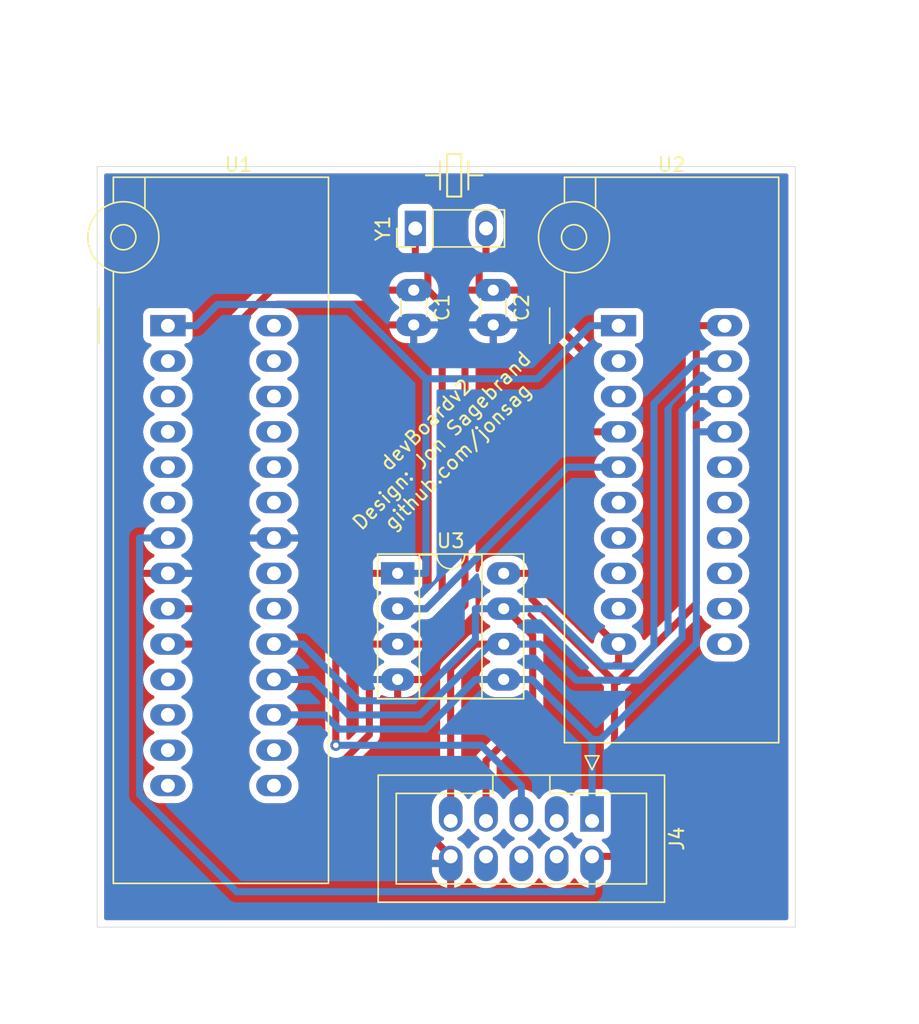
<source format=kicad_pcb>
(kicad_pcb (version 20211014) (generator pcbnew)
  (layers (0 "F.Cu" signal) (31 "B.Cu" signal) (34 "B.Paste" user) (35 "F.Paste" user) (36 "B.SilkS" user "B.Silkscreen") (37 "F.SilkS" user "F.Silkscreen") (38 "B.Mask" user) (39 "F.Mask" user) (44 "Edge.Cuts" user))
  (net 0 "")
  (net 1 "MOSI")
  (net 3 "RST")
  (net 4 "SCK")
  (net 5 "MISO")
  (net 6 "VCC")
  (net 36 "GND")
  (net 37 "XTAL1")
  (net 38 "XTAL2")
  (footprint "My_Headers:2-pin_Crystal_header_large" (layer "F.Cu") (at 161.925 79.375 90)
    (fp_text reference "Y1" (at 0 -2.33 90) (layer "F.SilkS"))
    (fp_text value "Crystal" hide)
    (fp_line (start 4.572 1.778) (end 4.826 1.778) (layer "F.SilkS") (width 0.15))
    (fp_line (start -1.33 0) (end -1.33 -1.33) (layer "F.SilkS") (width 0.12))
    (fp_line (start 3.81 3.81) (end 3.81 4.826) (layer "F.SilkS") (width 0.15))
    (fp_line (start 4.572 3.81) (end 4.826 3.81) (layer "F.SilkS") (width 0.15))
    (fp_line (start 5.334 3.302) (end 2.286 3.302) (layer "F.SilkS") (width 0.15))
    (fp_line (start 2.286 2.286) (end 5.334 2.286) (layer "F.SilkS") (width 0.15))
    (fp_line (start -1.33 -1.33) (end 0 -1.33) (layer "F.SilkS") (width 0.12))
    (fp_line (start 5.334 2.286) (end 5.334 3.302) (layer "F.SilkS") (width 0.15))
    (fp_line (start 3.81 1.778) (end 3.81 0.762) (layer "F.SilkS") (width 0.15))
    (fp_line (start 2.794 3.81) (end 4.572 3.81) (layer "F.SilkS") (width 0.15))
    (fp_line (start -1.33 6.41) (end 1.33 6.41) (layer "F.SilkS") (width 0.12))
    (fp_line (start -1.33 1.27) (end 1.33 1.27) (layer "F.SilkS") (width 0.12))
    (fp_line (start 2.286 3.302) (end 2.286 2.286) (layer "F.SilkS") (width 0.15))
    (fp_line (start -1.33 1.27) (end -1.33 6.41) (layer "F.SilkS") (width 0.12))
    (fp_line (start 2.794 1.778) (end 4.572 1.778) (layer "F.SilkS") (width 0.15))
    (fp_line (start 1.33 1.27) (end 1.33 6.41) (layer "F.SilkS") (width 0.12))
    (pad "1" thru_hole rect locked (at 0 0 90) (size 2.54 1.524) (drill 1) (layers *.Cu *.Mask) (net 37 "XTAL1"))
    (pad "2" thru_hole oval locked (at 0 5.08 90) (size 2.54 1.524) (drill 1) (layers *.Cu *.Mask) (net 38 "XTAL2"))
  )
  (footprint "My_Misc:IDC-Header_2x05_P2.54mm_Vertical_large" (layer "F.Cu") (at 174.625 121.92 -90)
    (fp_text reference "J4" (at 1.27 -6.1 90) (layer "F.SilkS"))
    (fp_text value "ISP header")
    (fp_line (start -4.68 -0.5) (end -4.68 0.5) (layer "F.SilkS") (width 0.12))
    (fp_line (start -1.98 7.13) (end -1.98 7.13) (layer "F.SilkS") (width 0.12))
    (fp_line (start -3.29 -5.21) (end 5.83 -5.21) (layer "F.SilkS") (width 0.12))
    (fp_line (start -3.68 0) (end -4.68 -0.5) (layer "F.SilkS") (width 0.12))
    (fp_line (start -3.29 3.03) (end -1.98 3.03) (layer "F.SilkS") (width 0.12))
    (fp_line (start -1.98 7.13) (end -3.29 7.13) (layer "F.SilkS") (width 0.12))
    (fp_line (start 4.52 -3.91) (end 4.52 14.07) (layer "F.SilkS") (width 0.12))
    (fp_line (start 5.83 15.37) (end -3.29 15.37) (layer "F.SilkS") (width 0.12))
    (fp_line (start -1.98 14.07) (end -1.98 7.13) (layer "F.SilkS") (width 0.12))
    (fp_line (start -4.68 0.5) (end -3.68 0) (layer "F.SilkS") (width 0.12))
    (fp_line (start -3.29 15.37) (end -3.29 -5.21) (layer "F.SilkS") (width 0.12))
    (fp_line (start -1.98 3.03) (end -1.98 -3.91) (layer "F.SilkS") (width 0.12))
    (fp_line (start -1.98 -3.91) (end 4.52 -3.91) (layer "F.SilkS") (width 0.12))
    (fp_line (start 5.83 -5.21) (end 5.83 15.37) (layer "F.SilkS") (width 0.12))
    (fp_line (start 4.52 14.07) (end -1.98 14.07) (layer "F.SilkS") (width 0.12))
    (pad "1" thru_hole rect locked (at 0 0 270) (size 2.54 1.7) (drill 1 (offset -0.508 0)) (layers *.Cu *.Mask) (net 1 "MOSI"))
    (pad "2" thru_hole oval locked (at 2.54 0 270) (size 2.54 1.7) (drill 1 (offset 0.508 0)) (layers *.Cu *.Mask) (net 6 "VCC"))
    (pad "3" thru_hole oval locked (at 0 2.54 270) (size 2.54 1.7) (drill 1 (offset -0.508 0)) (layers *.Cu *.Mask))
    (pad "4" thru_hole oval locked (at 2.54 2.54 270) (size 2.54 1.7) (drill 1 (offset 0.508 0)) (layers *.Cu *.Mask))
    (pad "5" thru_hole oval locked (at 0 5.08 270) (size 2.54 1.7) (drill 1 (offset -0.508 0)) (layers *.Cu *.Mask) (net 3 "RST"))
    (pad "6" thru_hole oval locked (at 2.54 5.08 270) (size 2.54 1.7) (drill 1 (offset 0.508 0)) (layers *.Cu *.Mask))
    (pad "7" thru_hole oval locked (at 0 7.62 270) (size 2.54 1.7) (drill 1 (offset -0.508 0)) (layers *.Cu *.Mask) (net 4 "SCK"))
    (pad "8" thru_hole oval locked (at 2.54 7.62 270) (size 2.54 1.7) (drill 1 (offset 0.508 0)) (layers *.Cu *.Mask))
    (pad "9" thru_hole oval locked (at 0 10.16 270) (size 2.54 1.7) (drill 1 (offset -0.508 0)) (layers *.Cu *.Mask) (net 5 "MISO"))
    (pad "10" thru_hole oval locked (at 2.54 10.16 270) (size 2.54 1.7) (drill 1 (offset 0.508 0)) (layers *.Cu *.Mask) (net 36 "GND"))
  )
  (footprint "My_Misc:C_Disc_D3.0mm_W1.6mm_P2.50mm_larg" (layer "F.Cu") (at 161.812 83.805 -90)
    (fp_text reference "C1" (at 1.25 -2.05 90) (layer "F.SilkS"))
    (fp_text value "22p")
    (fp_line (start 0.621 0.92) (end 1.879 0.92) (layer "F.SilkS") (width 0.12))
    (fp_line (start 0.621 -0.92) (end 1.879 -0.92) (layer "F.SilkS") (width 0.12))
    (pad "1" thru_hole oval locked (at 0 0 270) (size 1.6 2.54) (drill 0.8) (layers *.Cu *.Mask) (net 37 "XTAL1"))
    (pad "2" thru_hole oval locked (at 2.5 0 270) (size 1.6 2.54) (drill 0.8) (layers *.Cu *.Mask) (net 36 "GND"))
  )
  (footprint "My_Misc:C_Disc_D3.0mm_W1.6mm_P2.50mm_larg" (layer "F.Cu") (at 167.527 83.805 -90)
    (fp_text reference "C2" (at 1.25 -2.05 90) (layer "F.SilkS"))
    (fp_text value "22p")
    (fp_line (start 0.621 -0.92) (end 1.879 -0.92) (layer "F.SilkS") (width 0.12))
    (fp_line (start 0.621 0.92) (end 1.879 0.92) (layer "F.SilkS") (width 0.12))
    (pad "1" thru_hole oval locked (at 0 0 270) (size 1.6 2.54) (drill 0.8) (layers *.Cu *.Mask) (net 38 "XTAL2"))
    (pad "2" thru_hole oval locked (at 2.5 0 270) (size 1.6 2.54) (drill 0.8) (layers *.Cu *.Mask) (net 36 "GND"))
  )
  (footprint "My_Misc:ZIF_DIP_Socket-28_W6.9_W7.62_W7.62_W12.7_W13.5_w_dip_packet_large" (layer "F.Cu") (at 144.145 86.36)
    (fp_text reference "U1" (at 5.08 -11.56) (layer "F.SilkS"))
    (fp_text value "ATmega328-P")
    (fp_line (start -3.92 -10.66) (end -3.92 -8.8) (layer "F.SilkS") (width 0.12))
    (fp_line (start -1.65 -10.66) (end -1.65 -8.4) (layer "F.SilkS") (width 0.12))
    (fp_line (start 11.54 40.04) (end 11.54 -10.66) (layer "F.SilkS") (width 0.12))
    (fp_line (start 11.54 -10.66) (end -3.92 -10.66) (layer "F.SilkS") (width 0.12))
    (fp_line (start -3.92 -3.9) (end -3.92 40.04) (layer "F.SilkS") (width 0.12))
    (fp_line (start -3.92 40.04) (end 11.54 40.04) (layer "F.SilkS") (width 0.12))
    (fp_line (start -4.95 1.27) (end -4.95 -1.27) (layer "F.SilkS") (width 0.12))
    (fp_circle (center -3.2 -6.35) (end -0.65 -6.35) (layer "F.SilkS") (width 0.12) (fill none))
    (fp_circle (center -3.2 -6.35) (end -2.3 -6.35) (layer "F.SilkS") (width 0.12) (fill none))
    (pad "1" thru_hole rect (at 0 0) (size 2.54 1.524) (drill 1) (layers *.Cu *.Mask) (net 3 "RST"))
    (pad "2" thru_hole oval (at 0 2.54) (size 2.54 1.524) (drill 1) (layers *.Cu *.Mask))
    (pad "3" thru_hole oval (at 0 5.08) (size 2.54 1.524) (drill 1) (layers *.Cu *.Mask))
    (pad "4" thru_hole oval (at 0 7.62) (size 2.54 1.524) (drill 1) (layers *.Cu *.Mask))
    (pad "5" thru_hole oval (at 0 10.16) (size 2.54 1.524) (drill 1) (layers *.Cu *.Mask))
    (pad "6" thru_hole oval (at 0 12.7) (size 2.54 1.524) (drill 1) (layers *.Cu *.Mask))
    (pad "7" thru_hole oval (at 0 15.24) (size 2.54 1.524) (drill 1) (layers *.Cu *.Mask) (net 6 "VCC"))
    (pad "8" thru_hole oval (at 0 17.78) (size 2.54 1.524) (drill 1) (layers *.Cu *.Mask) (net 36 "GND"))
    (pad "9" thru_hole oval (at 0 20.32) (size 2.54 1.524) (drill 1) (layers *.Cu *.Mask) (net 37 "XTAL1"))
    (pad "10" thru_hole oval (at 0 22.86) (size 2.54 1.524) (drill 1) (layers *.Cu *.Mask) (net 38 "XTAL2"))
    (pad "11" thru_hole oval (at 0 25.4) (size 2.54 1.524) (drill 1) (layers *.Cu *.Mask))
    (pad "12" thru_hole oval (at 0 27.94) (size 2.54 1.524) (drill 1) (layers *.Cu *.Mask))
    (pad "13" thru_hole oval (at 0 30.48) (size 2.54 1.524) (drill 1) (layers *.Cu *.Mask))
    (pad "14" thru_hole oval (at 0 33.02) (size 2.54 1.524) (drill 1) (layers *.Cu *.Mask))
    (pad "15" thru_hole oval (at 7.62 33.02) (size 2.54 1.524) (drill 1) (layers *.Cu *.Mask))
    (pad "16" thru_hole oval (at 7.62 30.48) (size 2.54 1.524) (drill 1) (layers *.Cu *.Mask))
    (pad "17" thru_hole oval (at 7.62 27.94) (size 2.54 1.524) (drill 1) (layers *.Cu *.Mask) (net 1 "MOSI"))
    (pad "18" thru_hole oval (at 7.62 25.4) (size 2.54 1.524) (drill 1) (layers *.Cu *.Mask) (net 5 "MISO"))
    (pad "19" thru_hole oval (at 7.62 22.86) (size 2.54 1.524) (drill 1) (layers *.Cu *.Mask) (net 4 "SCK"))
    (pad "20" thru_hole oval (at 7.62 20.32) (size 2.54 1.524) (drill 1) (layers *.Cu *.Mask))
    (pad "21" thru_hole oval (at 7.62 17.78) (size 2.54 1.524) (drill 1) (layers *.Cu *.Mask))
    (pad "22" thru_hole oval (at 7.62 15.24) (size 2.54 1.524) (drill 1) (layers *.Cu *.Mask) (net 36 "GND"))
    (pad "23" thru_hole oval (at 7.62 12.7) (size 2.54 1.524) (drill 1) (layers *.Cu *.Mask))
    (pad "24" thru_hole oval (at 7.62 10.16) (size 2.54 1.524) (drill 1) (layers *.Cu *.Mask))
    (pad "25" thru_hole oval (at 7.62 7.62) (size 2.54 1.524) (drill 1) (layers *.Cu *.Mask))
    (pad "26" thru_hole oval (at 7.62 5.08) (size 2.54 1.524) (drill 1) (layers *.Cu *.Mask))
    (pad "27" thru_hole oval (at 7.62 2.54) (size 2.54 1.524) (drill 1) (layers *.Cu *.Mask))
    (pad "28" thru_hole oval (at 7.62 0) (size 2.54 1.524) (drill 1) (layers *.Cu *.Mask))
  )
  (footprint "My_Misc:ZIF_DIP_Socket-20_W4.3_W5.08_W7.62_W10.16_W10.9_3M_220-3342-00-0602J_w_dip_packet_large" (layer "F.Cu") (at 176.53 86.36)
    (fp_text reference "U2" (at 3.81 -11.56) (layer "F.SilkS"))
    (fp_text value "ATtiny4313-P")
    (fp_line (start 11.51 -10.66) (end -3.89 -10.66) (layer "F.SilkS") (width 0.12))
    (fp_line (start -3.89 -3.9) (end -3.89 29.94) (layer "F.SilkS") (width 0.12))
    (fp_line (start -3.89 -10.66) (end -3.89 -8.8) (layer "F.SilkS") (width 0.12))
    (fp_line (start -3.89 29.94) (end 11.51 29.94) (layer "F.SilkS") (width 0.12))
    (fp_line (start -4.95 1.27) (end -4.95 -1.27) (layer "F.SilkS") (width 0.12))
    (fp_line (start -1.65 -10.66) (end -1.65 -8.4) (layer "F.SilkS") (width 0.12))
    (fp_line (start 11.51 29.94) (end 11.51 -10.66) (layer "F.SilkS") (width 0.12))
    (fp_circle (center -3.2 -6.35) (end -0.65 -6.35) (layer "F.SilkS") (width 0.12) (fill none))
    (fp_circle (center -3.2 -6.35) (end -2.3 -6.35) (layer "F.SilkS") (width 0.12) (fill none))
    (pad "1" thru_hole rect (at 0 0) (size 2.54 1.524) (drill 1) (layers *.Cu *.Mask) (net 3 "RST"))
    (pad "2" thru_hole oval (at 0 2.54) (size 2.54 1.524) (drill 1) (layers *.Cu *.Mask))
    (pad "3" thru_hole oval (at 0 5.08) (size 2.54 1.524) (drill 1) (layers *.Cu *.Mask))
    (pad "4" thru_hole oval (at 0 7.62) (size 2.54 1.524) (drill 1) (layers *.Cu *.Mask) (net 38 "XTAL2"))
    (pad "5" thru_hole oval (at 0 10.16) (size 2.54 1.524) (drill 1) (layers *.Cu *.Mask) (net 37 "XTAL1"))
    (pad "6" thru_hole oval (at 0 12.7) (size 2.54 1.524) (drill 1) (layers *.Cu *.Mask))
    (pad "7" thru_hole oval (at 0 15.24) (size 2.54 1.524) (drill 1) (layers *.Cu *.Mask))
    (pad "8" thru_hole oval (at 0 17.78) (size 2.54 1.524) (drill 1) (layers *.Cu *.Mask))
    (pad "9" thru_hole oval (at 0 20.32) (size 2.54 1.524) (drill 1) (layers *.Cu *.Mask))
    (pad "10" thru_hole oval (at 0 22.86) (size 2.54 1.524) (drill 1) (layers *.Cu *.Mask) (net 36 "GND"))
    (pad "11" thru_hole oval (at 7.62 22.86) (size 2.54 1.524) (drill 1) (layers *.Cu *.Mask))
    (pad "12" thru_hole oval (at 7.62 20.32) (size 2.54 1.524) (drill 1) (layers *.Cu *.Mask))
    (pad "13" thru_hole oval (at 7.62 17.78) (size 2.54 1.524) (drill 1) (layers *.Cu *.Mask))
    (pad "14" thru_hole oval (at 7.62 15.24) (size 2.54 1.524) (drill 1) (layers *.Cu *.Mask))
    (pad "15" thru_hole oval (at 7.62 12.7) (size 2.54 1.524) (drill 1) (layers *.Cu *.Mask))
    (pad "16" thru_hole oval (at 7.62 10.16) (size 2.54 1.524) (drill 1) (layers *.Cu *.Mask))
    (pad "17" thru_hole oval (at 7.62 7.62) (size 2.54 1.524) (drill 1) (layers *.Cu *.Mask) (net 1 "MOSI"))
    (pad "18" thru_hole oval (at 7.62 5.08) (size 2.54 1.524) (drill 1) (layers *.Cu *.Mask) (net 5 "MISO"))
    (pad "19" thru_hole oval (at 7.62 2.54) (size 2.54 1.524) (drill 1) (layers *.Cu *.Mask) (net 4 "SCK"))
    (pad "20" thru_hole oval (at 7.62 0) (size 2.54 1.524) (drill 1) (layers *.Cu *.Mask) (net 6 "VCC"))
  )
  (footprint "My_Misc:DIP-8_W7.62mm_Socket_w_dip_packet_LongPads" (layer "F.Cu") (at 160.655 104.14)
    (fp_text reference "U3" (at 3.81 -2.33) (layer "F.SilkS"))
    (fp_text value "ATtiny85-20P" hide)
    (fp_line (start 1.56 -1.33) (end 1.56 8.95) (layer "F.SilkS") (width 0.12))
    (fp_line (start 6.06 -1.33) (end 4.81 -1.33) (layer "F.SilkS") (width 0.12))
    (fp_line (start 9.06 -1.39) (end -1.44 -1.39) (layer "F.SilkS") (width 0.12))
    (fp_line (start 2.81 -1.33) (end 1.56 -1.33) (layer "F.SilkS") (width 0.12))
    (fp_line (start 1.56 8.95) (end 6.06 8.95) (layer "F.SilkS") (width 0.12))
    (fp_line (start -1.44 -1.39) (end -1.44 9.01) (layer "F.SilkS") (width 0.12))
    (fp_line (start -1.44 9.01) (end 9.06 9.01) (layer "F.SilkS") (width 0.12))
    (fp_line (start 6.06 8.95) (end 6.06 -1.33) (layer "F.SilkS") (width 0.12))
    (fp_line (start 9.06 9.01) (end 9.06 -1.39) (layer "F.SilkS") (width 0.12))
    (fp_arc (start 4.81 -1.33) (mid 3.81 -0.33) (end 2.81 -1.33) (layer "F.SilkS") (width 0.12))
    (pad "1" thru_hole rect (at 0 0) (size 2.4 1.6) (drill 0.8) (layers *.Cu *.Mask) (net 3 "RST"))
    (pad "2" thru_hole oval (at 0 2.54) (size 2.4 1.6) (drill 0.8) (layers *.Cu *.Mask) (net 37 "XTAL1"))
    (pad "3" thru_hole oval (at 0 5.08) (size 2.4 1.6) (drill 0.8) (layers *.Cu *.Mask) (net 38 "XTAL2"))
    (pad "4" thru_hole oval (at 0 7.62) (size 2.4 1.6) (drill 0.8) (layers *.Cu *.Mask) (net 36 "GND"))
    (pad "5" thru_hole oval (at 7.62 7.62) (size 2.4 1.6) (drill 0.8) (layers *.Cu *.Mask) (net 1 "MOSI"))
    (pad "6" thru_hole oval (at 7.62 5.08) (size 2.4 1.6) (drill 0.8) (layers *.Cu *.Mask) (net 5 "MISO"))
    (pad "7" thru_hole oval (at 7.62 2.54) (size 2.4 1.6) (drill 0.8) (layers *.Cu *.Mask) (net 4 "SCK"))
    (pad "8" thru_hole oval (at 7.62 0) (size 2.4 1.6) (drill 0.8) (layers *.Cu *.Mask) (net 6 "VCC"))
  )
  (gr_line (start 189.23 74.93) (end 139.065 74.93) (layer "Edge.Cuts") (width 0.05))
  (gr_line (start 189.23 129.54) (end 189.23 74.93) (layer "Edge.Cuts") (width 0.05))
  (gr_line (start 139.065 129.54) (end 189.23 129.54) (layer "Edge.Cuts") (width 0.05))
  (gr_line (start 139.065 74.93) (end 139.065 129.54) (layer "Edge.Cuts") (width 0.05))
  (gr_text "devBoardv2\nDesign: Jon Sagebrand\ngithub.com/jonsag" (at 163.83 94.615 45) (layer "F.SilkS") (effects (font (size 1 1))))
  (segment (start 182.1177 93.98) (end 182.1177 109.1913) (width 0.508) (layer "B.Cu") (net 1))
  (segment (start 174.625 116.0777) (end 174.625 121.92) (width 0.508) (layer "B.Cu") (net 1))
  (segment (start 182.1177 109.1913) (end 175.2313 116.0777) (width 0.508) (layer "B.Cu") (net 1))
  (segment (start 155.4206 114.3) (end 156.4439 115.3233) (width 0.508) (layer "B.Cu") (net 1))
  (segment (start 184.15 93.98) (end 182.1177 93.98) (width 0.508) (layer "B.Cu") (net 1))
  (segment (start 151.765 114.3) (end 155.4206 114.3) (width 0.508) (layer "B.Cu") (net 1))
  (segment (start 156.4439 115.3233) (end 162.6794 115.3233) (width 0.508) (layer "B.Cu") (net 1))
  (segment (start 168.275 111.76) (end 170.3073 111.76) (width 0.508) (layer "B.Cu") (net 1))
  (segment (start 175.2313 116.0777) (end 174.625 116.0777) (width 0.508) (layer "B.Cu") (net 1))
  (segment (start 170.3073 111.76) (end 174.625 116.0777) (width 0.508) (layer "B.Cu") (net 1))
  (segment (start 162.6794 115.3233) (end 166.2427 111.76) (width 0.508) (layer "B.Cu") (net 1))
  (segment (start 168.275 111.76) (end 166.2427 111.76) (width 0.508) (layer "B.Cu") (net 1))
  (segment (start 156.2117 106.551) (end 156.2117 116.4857) (width 0.508) (layer "F.Cu") (net 3))
  (segment (start 160.655 104.14) (end 158.6227 104.14) (width 0.508) (layer "F.Cu") (net 3))
  (segment (start 158.6227 104.14) (end 156.2117 106.551) (width 0.508) (layer "F.Cu") (net 3))
  (via (at 156.2117 116.4857) (size 0.8) (drill 0.4) (layers "F.Cu" "B.Cu") (net 3))
  (segment (start 162.6873 104.14) (end 162.6873 90.17) (width 0.508) (layer "B.Cu") (net 3))
  (segment (start 162.6873 90.17) (end 157.353 84.8357) (width 0.508) (layer "B.Cu") (net 3))
  (segment (start 147.7016 84.8357) (end 146.1773 86.36) (width 0.508) (layer "B.Cu") (net 3))
  (segment (start 169.545 121.92) (end 169.545 119.3797) (width 0.508) (layer "B.Cu") (net 3))
  (segment (start 160.655 104.14) (end 162.6873 104.14) (width 0.508) (layer "B.Cu") (net 3))
  (segment (start 176.53 86.36) (end 174.4977 86.36) (width 0.508) (layer "B.Cu") (net 3))
  (segment (start 157.353 84.8357) (end 147.7016 84.8357) (width 0.508) (layer "B.Cu") (net 3))
  (segment (start 169.545 119.3797) (end 166.651 116.4857) (width 0.508) (layer "B.Cu") (net 3))
  (segment (start 166.651 116.4857) (end 156.2117 116.4857) (width 0.508) (layer "B.Cu") (net 3))
  (segment (start 174.4977 86.36) (end 170.6877 90.17) (width 0.508) (layer "B.Cu") (net 3))
  (segment (start 144.145 86.36) (end 146.1773 86.36) (width 0.508) (layer "B.Cu") (net 3))
  (segment (start 170.6877 90.17) (end 162.6873 90.17) (width 0.508) (layer "B.Cu") (net 3))
  (segment (start 170.3626 108.6195) (end 170.3626 114.2253) (width 0.508) (layer "F.Cu") (net 4))
  (segment (start 168.4231 106.68) (end 170.3626 108.6195) (width 0.508) (layer "F.Cu") (net 4))
  (segment (start 168.275 106.68) (end 168.4231 106.68) (width 0.508) (layer "F.Cu") (net 4))
  (segment (start 167.005 117.5829) (end 167.005 121.92) (width 0.508) (layer "F.Cu") (net 4))
  (segment (start 170.3626 114.2253) (end 167.005 117.5829) (width 0.508) (layer "F.Cu") (net 4))
  (segment (start 175.4074 110.7938) (end 171.2936 106.68) (width 0.508) (layer "B.Cu") (net 4))
  (segment (start 168.275 106.68) (end 166.2427 106.68) (width 0.508) (layer "B.Cu") (net 4))
  (segment (start 157.8669 113.2896) (end 161.8265 113.2896) (width 0.508) (layer "B.Cu") (net 4))
  (segment (start 153.7973 109.22) (end 157.8669 113.2896) (width 0.508) (layer "B.Cu") (net 4))
  (segment (start 166.2427 108.8734) (end 166.2427 106.68) (width 0.508) (layer "B.Cu") (net 4))
  (segment (start 179.0688 91.9489) (end 179.0688 109.3467) (width 0.508) (layer "B.Cu") (net 4))
  (segment (start 151.765 109.22) (end 153.7973 109.22) (width 0.508) (layer "B.Cu") (net 4))
  (segment (start 171.2936 106.68) (end 168.275 106.68) (width 0.508) (layer "B.Cu") (net 4))
  (segment (start 182.1177 88.9) (end 179.0688 91.9489) (width 0.508) (layer "B.Cu") (net 4))
  (segment (start 177.6217 110.7938) (end 175.4074 110.7938) (width 0.508) (layer "B.Cu") (net 4))
  (segment (start 161.8265 113.2896) (end 166.2427 108.8734) (width 0.508) (layer "B.Cu") (net 4))
  (segment (start 179.0688 109.3467) (end 177.6217 110.7938) (width 0.508) (layer "B.Cu") (net 4))
  (segment (start 184.15 88.9) (end 182.1177 88.9) (width 0.508) (layer "B.Cu") (net 4))
  (segment (start 164.465 110.9977) (end 164.465 121.92) (width 0.508) (layer "F.Cu") (net 5))
  (segment (start 166.2427 109.22) (end 164.465 110.9977) (width 0.508) (layer "F.Cu") (net 5))
  (segment (start 168.275 109.22) (end 166.2427 109.22) (width 0.508) (layer "F.Cu") (net 5))
  (segment (start 167.3335 109.22) (end 162.2466 114.3069) (width 0.508) (layer "B.Cu") (net 5))
  (segment (start 157.1178 114.3069) (end 154.5709 111.76) (width 0.508) (layer "B.Cu") (net 5))
  (segment (start 184.15 91.44) (end 182.1177 91.44) (width 0.508) (layer "B.Cu") (net 5))
  (segment (start 162.2466 114.3069) (end 157.1178 114.3069) (width 0.508) (layer "B.Cu") (net 5))
  (segment (start 181.1014 108.7552) (end 178.0438 111.8128) (width 0.508) (layer "B.Cu") (net 5))
  (segment (start 168.275 109.22) (end 167.3335 109.22) (width 0.508) (layer "B.Cu") (net 5))
  (segment (start 182.1177 91.44) (end 181.1014 92.4563) (width 0.508) (layer "B.Cu") (net 5))
  (segment (start 173.4986 111.8128) (end 170.9058 109.22) (width 0.508) (layer "B.Cu") (net 5))
  (segment (start 151.765 111.76) (end 153.7973 111.76) (width 0.508) (layer "B.Cu") (net 5))
  (segment (start 170.9058 109.22) (end 168.275 109.22) (width 0.508) (layer "B.Cu") (net 5))
  (segment (start 181.1014 92.4563) (end 181.1014 108.7552) (width 0.508) (layer "B.Cu") (net 5))
  (segment (start 154.5709 111.76) (end 153.7973 111.76) (width 0.508) (layer "B.Cu") (net 5))
  (segment (start 178.0438 111.8128) (end 173.4986 111.8128) (width 0.508) (layer "B.Cu") (net 5))
  (segment (start 168.275 104.14) (end 170.3073 104.14) (width 0.508) (layer "F.Cu") (net 6))
  (segment (start 176.5131 111.9103) (end 176.2373 111.9103) (width 0.508) (layer "F.Cu") (net 6))
  (segment (start 174.625 124.46) (end 176.2373 124.46) (width 0.508) (layer "F.Cu") (net 6))
  (segment (start 170.3073 105.9803) (end 176.2373 111.9103) (width 0.508) (layer "F.Cu") (net 6))
  (segment (start 184.15 86.36) (end 182.1177 86.36) (width 0.508) (layer "F.Cu") (net 6))
  (segment (start 170.3073 104.14) (end 170.3073 105.9803) (width 0.508) (layer "F.Cu") (net 6))
  (segment (start 182.1177 106.3057) (end 176.5131 111.9103) (width 0.508) (layer "F.Cu") (net 6))
  (segment (start 176.2373 111.9103) (end 176.2373 124.46) (width 0.508) (layer "F.Cu") (net 6))
  (segment (start 182.1177 86.36) (end 182.1177 106.3057) (width 0.508) (layer "F.Cu") (net 6))
  (segment (start 174.625 124.46) (end 174.625 127.0003) (width 0.508) (layer "B.Cu") (net 6))
  (segment (start 142.1127 101.6) (end 142.1127 120.0335) (width 0.508) (layer "B.Cu") (net 6))
  (segment (start 142.1127 120.0335) (end 149.0795 127.0003) (width 0.508) (layer "B.Cu") (net 6))
  (segment (start 149.0795 127.0003) (end 174.625 127.0003) (width 0.508) (layer "B.Cu") (net 6))
  (segment (start 144.145 101.6) (end 142.1127 101.6) (width 0.508) (layer "B.Cu") (net 6))
  (segment (start 172.8055 105.6968) (end 172.8055 93.1458) (width 0.508) (layer "F.Cu") (net 36))
  (segment (start 162.6873 122.6823) (end 164.465 124.46) (width 0.508) (layer "F.Cu") (net 36))
  (segment (start 172.8055 93.1458) (end 167.527 87.8673) (width 0.508) (layer "F.Cu") (net 36))
  (segment (start 153.7973 95.882) (end 161.812 87.8673) (width 0.508) (layer "F.Cu") (net 36))
  (segment (start 160.655 111.76) (end 162.6873 111.76) (width 0.508) (layer "F.Cu") (net 36))
  (segment (start 161.812 86.305) (end 161.812 87.8673) (width 0.508) (layer "F.Cu") (net 36))
  (segment (start 162.6873 111.76) (end 162.6873 122.6823) (width 0.508) (layer "F.Cu") (net 36))
  (segment (start 151.765 101.6) (end 153.7973 101.6) (width 0.508) (layer "F.Cu") (net 36))
  (segment (start 153.7973 101.6) (end 153.7973 95.882) (width 0.508) (layer "F.Cu") (net 36))
  (segment (start 176.53 109.22) (end 176.3287 109.22) (width 0.508) (layer "F.Cu") (net 36))
  (segment (start 176.3287 109.22) (end 172.8055 105.6968) (width 0.508) (layer "F.Cu") (net 36))
  (segment (start 167.527 86.305) (end 167.527 87.8673) (width 0.508) (layer "F.Cu") (net 36))
  (segment (start 160.655 111.76) (end 158.6227 111.76) (width 0.508) (layer "B.Cu") (net 36))
  (segment (start 151.765 101.6) (end 153.7973 101.6) (width 0.508) (layer "B.Cu") (net 36))
  (segment (start 149.7327 101.6) (end 147.1927 104.14) (width 0.508) (layer "B.Cu") (net 36))
  (segment (start 153.7973 101.6) (end 153.7973 106.9346) (width 0.508) (layer "B.Cu") (net 36))
  (segment (start 151.4675 101.6) (end 149.7327 101.6) (width 0.508) (layer "B.Cu") (net 36))
  (segment (start 151.4675 101.6) (end 151.765 101.6) (width 0.508) (layer "B.Cu") (net 36))
  (segment (start 147.1927 104.14) (end 144.145 104.14) (width 0.508) (layer "B.Cu") (net 36))
  (segment (start 167.527 86.305) (end 161.812 86.305) (width 0.508) (layer "B.Cu") (net 36))
  (segment (start 153.7973 106.9346) (end 158.6227 111.76) (width 0.508) (layer "B.Cu") (net 36))
  (segment (start 163.8549 84.8317) (end 162.8282 83.805) (width 0.508) (layer "F.Cu") (net 37))
  (segment (start 161.812 83.805) (end 162.8282 83.805) (width 0.508) (layer "F.Cu") (net 37))
  (segment (start 144.145 106.68) (end 146.1773 106.68) (width 0.508) (layer "F.Cu") (net 37))
  (segment (start 146.1773 89.213) (end 151.5853 83.805) (width 0.508) (layer "F.Cu") (net 37))
  (segment (start 160.655 106.68) (end 162.6873 106.68) (width 0.508) (layer "F.Cu") (net 37))
  (segment (start 146.1773 106.68) (end 146.1773 89.213) (width 0.508) (layer "F.Cu") (net 37))
  (segment (start 162.8282 82.3105) (end 161.925 81.4073) (width 0.508) (layer "F.Cu") (net 37))
  (segment (start 163.8549 105.5124) (end 163.8549 84.8317) (width 0.508) (layer "F.Cu") (net 37))
  (segment (start 162.6873 106.68) (end 163.8549 105.5124) (width 0.508) (layer "F.Cu") (net 37))
  (segment (start 162.8282 83.805) (end 162.8282 82.3105) (width 0.508) (layer "F.Cu") (net 37))
  (segment (start 161.925 79.375) (end 161.925 81.4073) (width 0.508) (layer "F.Cu") (net 37))
  (segment (start 151.5853 83.805) (end 161.812 83.805) (width 0.508) (layer "F.Cu") (net 37))
  (segment (start 162.6873 106.68) (end 172.8473 96.52) (width 0.508) (layer "B.Cu") (net 37))
  (segment (start 160.655 106.68) (end 162.6873 106.68) (width 0.508) (layer "B.Cu") (net 37))
  (segment (start 172.8473 96.52) (end 176.53 96.52) (width 0.508) (layer "B.Cu") (net 37))
  (segment (start 165.4947 106.4126) (end 165.4947 83.805) (width 0.508) (layer "F.Cu") (net 38))
  (segment (start 146.1773 109.22) (end 146.1773 116.4643) (width 0.508) (layer "F.Cu") (net 38))
  (segment (start 158.6227 115.7184) (end 158.6227 109.22) (width 0.508) (layer "F.Cu") (net 38))
  (segment (start 174.4977 93.98) (end 174.4977 88.7434) (width 0.508) (layer "F.Cu") (net 38))
  (segment (start 162.6873 109.22) (end 165.4947 106.4126) (width 0.508) (layer "F.Cu") (net 38))
  (segment (start 167.527 83.805) (end 166.5109 83.805) (width 0.508) (layer "F.Cu") (net 38))
  (segment (start 153.4266 120.9145) (end 158.6227 115.7184) (width 0.508) (layer "F.Cu") (net 38))
  (segment (start 146.1773 116.4643) (end 150.6275 120.9145) (width 0.508) (layer "F.Cu") (net 38))
  (segment (start 144.145 109.22) (end 146.1773 109.22) (width 0.508) (layer "F.Cu") (net 38))
  (segment (start 166.5109 83.805) (end 165.4947 83.805) (width 0.508) (layer "F.Cu") (net 38))
  (segment (start 160.655 109.22) (end 162.6873 109.22) (width 0.508) (layer "F.Cu") (net 38))
  (segment (start 166.5109 81.9014) (end 167.005 81.4073) (width 0.508) (layer "F.Cu") (net 38))
  (segment (start 166.5109 83.805) (end 166.5109 81.9014) (width 0.508) (layer "F.Cu") (net 38))
  (segment (start 167.005 79.375) (end 167.005 81.4073) (width 0.508) (layer "F.Cu") (net 38))
  (segment (start 167.527 83.805) (end 169.5593 83.805) (width 0.508) (layer "F.Cu") (net 38))
  (segment (start 174.4977 88.7434) (end 169.5593 83.805) (width 0.508) (layer "F.Cu") (net 38))
  (segment (start 160.655 109.22) (end 158.6227 109.22) (width 0.508) (layer "F.Cu") (net 38))
  (segment (start 176.53 93.98) (end 174.4977 93.98) (width 0.508) (layer "F.Cu") (net 38))
  (segment (start 150.6275 120.9145) (end 153.4266 120.9145) (width 0.508) (layer "F.Cu") (net 38))
  (zone (net 0) (net_name "") (layer "F.Cu") (connect_pads (clearance 0.508)) (min_thickness 0.254) (fill yes (thermal_gap 0.508) (thermal_bridge_width 0.508))
    (polygon (pts (xy 198.12 136.525) (xy 132.08 136.525) (xy 132.08 67.31) (xy 198.12 67.31)))
  )
  (zone (net 36) (net_name "GND") (layer "F.Cu") (connect_pads (clearance 0.508)) (min_thickness 0.254) (fill yes (thermal_gap 0.508) (thermal_bridge_width 0.508))
    (polygon (pts (xy 196.85 134.62) (xy 133.985 134.62) (xy 133.985 69.85) (xy 196.85 69.85)))
  )
  (zone (net 36) (net_name "GND") (layer "B.Cu") (connect_pads (clearance 0.508)) (min_thickness 0.254) (fill yes (thermal_gap 0.508) (thermal_bridge_width 0.508))
    (polygon (pts (xy 191.135 130.81) (xy 137.16 130.81) (xy 137.16 73.66) (xy 191.135 73.66)))
  )
  (zone (net 0) (net_name "") (layer "B.Cu") (connect_pads (clearance 0.508)) (min_thickness 0.254) (fill yes (thermal_gap 0.508) (thermal_bridge_width 0.508))
    (polygon (pts (xy 193.04 132.715) (xy 135.89 132.715) (xy 135.89 72.39) (xy 193.04 72.39)))
  )
)
</source>
